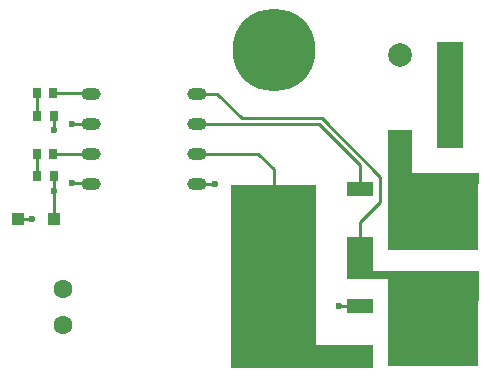
<source format=gtl>
G04 Layer_Physical_Order=1*
G04 Layer_Color=255*
%FSLAX44Y44*%
%MOMM*%
G71*
G01*
G75*
%ADD10R,7.7000X5.6000*%
%ADD11R,2.2000X1.2500*%
%ADD12R,2.1000X1.5500*%
%ADD13R,0.7500X0.9500*%
%ADD14R,0.8000X0.9500*%
%ADD15O,1.6500X1.0500*%
%ADD16R,1.0000X1.1000*%
%ADD17C,0.2500*%
%ADD18C,1.6000*%
%ADD19C,2.0000*%
%ADD20C,7.0000*%
%ADD21C,0.6000*%
G36*
X354500Y103250D02*
X443500D01*
Y77750D01*
X366500D01*
Y95750D01*
X332500D01*
Y120000D01*
X354500D01*
Y103250D01*
D02*
G37*
G36*
X306000Y40250D02*
X354500Y40250D01*
X354500Y20750D01*
X234000Y20750D01*
X234000Y175875D01*
X306000D01*
X306000Y40250D01*
D02*
G37*
G36*
X430000Y206750D02*
X408000D01*
Y297000D01*
X430000D01*
Y206750D01*
D02*
G37*
G36*
X387500Y185750D02*
X443500D01*
Y176750D01*
X366500D01*
Y207000D01*
X387500D01*
Y185750D01*
D02*
G37*
D10*
X405000Y149000D02*
D03*
Y50000D02*
D03*
D11*
X343500Y126000D02*
D03*
Y172000D02*
D03*
Y27000D02*
D03*
Y73000D02*
D03*
D12*
X419000Y214500D02*
D03*
X377000D02*
D03*
D13*
X84250Y234250D02*
D03*
X69750D02*
D03*
X84250Y183250D02*
D03*
X69750D02*
D03*
D14*
X69750Y202250D02*
D03*
X83250D02*
D03*
X69750Y253250D02*
D03*
X83250D02*
D03*
D15*
X115000Y253100D02*
D03*
Y227700D02*
D03*
Y202300D02*
D03*
Y176900D02*
D03*
X205000Y253100D02*
D03*
Y227700D02*
D03*
Y202300D02*
D03*
Y176900D02*
D03*
D16*
X84250Y147000D02*
D03*
X53250D02*
D03*
D17*
X205000Y202300D02*
X256700D01*
X270000Y189000D01*
Y140000D02*
Y189000D01*
X325000Y73000D02*
X343500D01*
X325000Y73000D02*
X325000Y73000D01*
X205150Y176750D02*
X220750D01*
X205000Y176900D02*
X205150Y176750D01*
X69750Y253250D02*
X69750Y253250D01*
X69750Y234250D02*
Y253250D01*
X83250Y253250D02*
X114850D01*
X115000Y253100D01*
X99250Y227750D02*
X114950D01*
X115000Y227700D01*
X99250Y177000D02*
X114900D01*
X115000Y176900D01*
X69750Y183250D02*
Y202250D01*
X69750Y202250D02*
X69750Y202250D01*
X83250Y202250D02*
X114950D01*
X115000Y202300D01*
X205000Y227700D02*
X308050D01*
X343500Y192250D01*
Y172000D02*
Y192250D01*
Y126000D02*
Y144250D01*
X360500Y161250D01*
Y182750D01*
X310750Y232500D02*
X360500Y182750D01*
X205000Y253100D02*
X222400D01*
X243000Y232500D01*
X310750D01*
X84250Y222000D02*
Y234250D01*
X84250Y234250D02*
X84250Y234250D01*
Y171000D02*
Y183250D01*
X84250Y183250D01*
X84250Y147000D02*
Y171000D01*
X53250Y147000D02*
X65750D01*
D18*
X91500Y87500D02*
D03*
Y57500D02*
D03*
D19*
X419000Y286000D02*
D03*
X377000D02*
D03*
D20*
X270000Y140000D02*
D03*
Y290000D02*
D03*
D21*
X325000Y73000D02*
D03*
X220750Y176750D02*
D03*
X99250Y227750D02*
D03*
Y177000D02*
D03*
X84250Y222000D02*
D03*
Y171000D02*
D03*
X65750Y147000D02*
D03*
M02*

</source>
